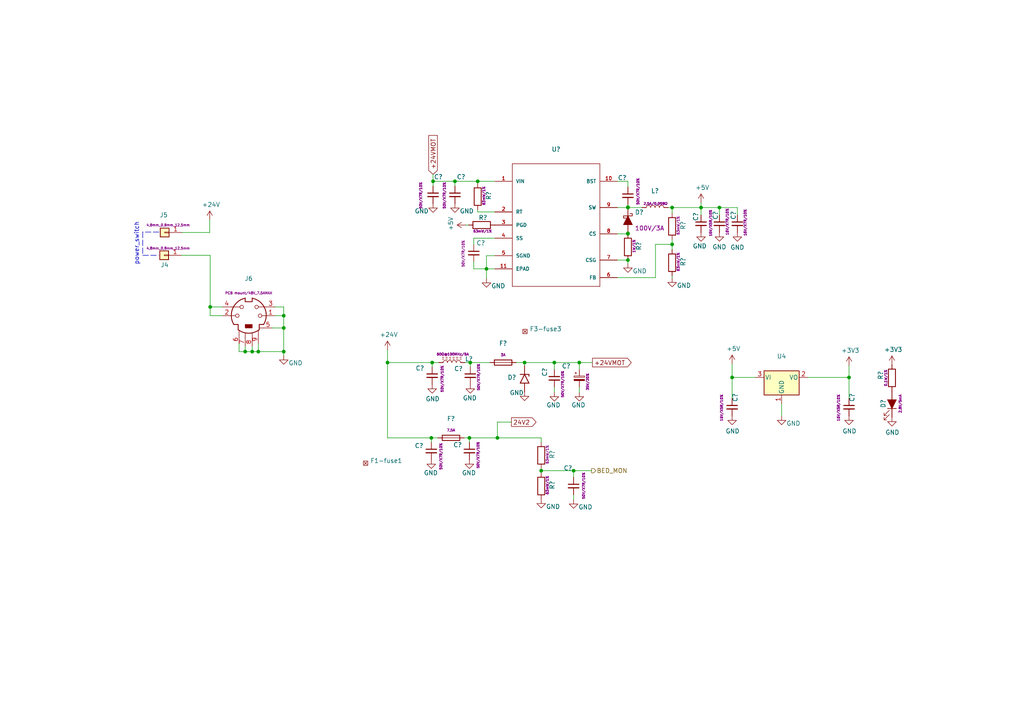
<source format=kicad_sch>
(kicad_sch (version 20211123) (generator eeschema)
  (paper "A4")
  (title_block (title "Buddy") (date "2019-10-24") (rev "v1.0.0") (company "PRUSA Research s.r.o.") (comment 1 "http://creativecommons.org/licenses/by-sa/4.0/") (comment 2 "Licensed under the Attribution-ShareAlike 4.0 International (CC BY-SA 4.0)"))
  (lib_symbols
    (symbol "BUDDY_v1.0.0-rescue:+3.3V-power" (power) (pin_names (offset 0))
      (property "Value" "+3.3V-power" (at 0 3.556 0))
      (symbol "+3.3V-power_0_1"
        (polyline (pts (xy -0.762 1.27) (xy 0 2.54)))
        (polyline (pts (xy 0 0) (xy 0 2.54)))
        (polyline (pts (xy 0 2.54) (xy 0.762 1.27)))
      )
      (symbol "+3.3V-power_1_1"
        (pin power_in line (at 0 0 90) (length 0) hide (name "+3V3") (number "1"))
      )
    )
    (symbol "BUDDY_v1.0.0-rescue:CP_Small-Device" (pin_numbers hide) (pin_names (offset 0.254) hide)
      (property "Reference" "C" (at 0.254 1.778 0))
      (property "Value" "CP_Small-Device" (at 0.254 -2.032 0))
      (symbol "CP_Small-Device_0_1"
        (rectangle (start -1.524 -0.3048) (end 1.524 -0.6858) (fill (type outline)))
        (rectangle (start -1.524 0.6858) (end 1.524 0.3048))
        (polyline (pts (xy -1.27 1.524) (xy -0.762 1.524)))
        (polyline (pts (xy -1.016 1.27) (xy -1.016 1.778)))
      )
      (symbol "CP_Small-Device_1_1"
        (pin passive line (at 0 2.54 270) (length 1.8542) (name "~") (number "1"))
        (pin passive line (at 0 -2.54 90) (length 1.8542) (name "~") (number "2"))
      )
    )
    (symbol "BUDDY_v1.0.0-rescue:D_Schottky_ALT-Device" (pin_numbers hide) (pin_names (offset 1.016) hide)
      (property "Reference" "D" (at 0 2.54 0))
      (property "Value" "D_Schottky_ALT-Device" (at 0 -2.54 0))
      (symbol "D_Schottky_ALT-Device_0_1"
        (polyline (pts (xy 1.27 0) (xy -1.27 0)))
        (polyline (pts (xy 1.27 1.27) (xy 1.27 -1.27) (xy -1.27 0) (xy 1.27 1.27)) (stroke (width 0.2032)) (fill (type outline)))
        (polyline (pts (xy -1.905 0.635) (xy -1.905 1.27) (xy -1.27 1.27) (xy -1.27 -1.27) (xy -0.635 -1.27) (xy -0.635 -0.635)) (stroke (width 0.2032)))
      )
      (symbol "D_Schottky_ALT-Device_1_1"
        (pin passive line (at -3.81 0 0) (length 2.54) (name "K") (number "1"))
        (pin passive line (at 3.81 0 180) (length 2.54) (name "A") (number "2"))
      )
    )
    (symbol "BUDDY_v1.0.0-rescue:LED_ALT-Device" (pin_numbers hide) (pin_names (offset 1.016) hide)
      (property "Reference" "D" (at 0 2.54 0))
      (property "Value" "LED_ALT-Device" (at 0 -2.54 0))
      (symbol "LED_ALT-Device_0_1"
        (polyline (pts (xy -1.27 -1.27) (xy -1.27 1.27)) (stroke (width 0.2032)))
        (polyline (pts (xy -1.27 0) (xy 1.27 0)))
        (polyline (pts (xy 1.27 -1.27) (xy 1.27 1.27) (xy -1.27 0) (xy 1.27 -1.27)) (stroke (width 0.2032)) (fill (type outline)))
        (polyline (pts (xy -3.048 -0.762) (xy -4.572 -2.286) (xy -3.81 -2.286) (xy -4.572 -2.286) (xy -4.572 -1.524)))
        (polyline (pts (xy -1.778 -0.762) (xy -3.302 -2.286) (xy -2.54 -2.286) (xy -3.302 -2.286) (xy -3.302 -1.524)))
      )
      (symbol "LED_ALT-Device_1_1"
        (pin passive line (at -3.81 0 0) (length 2.54) (name "K") (number "1"))
        (pin passive line (at 3.81 0 180) (length 2.54) (name "A") (number "2"))
      )
    )
    (symbol "BUDDY_v1.0.0-rescue:LM25011-Converter_DCDC" (pin_names (offset 1.016))
      (property "Reference" "U" (at -4.5974 17.5514 0))
      (property "Value" "LM25011-Converter_DCDC" (at -3.81 -22.86 0))
      (symbol "LM25011-Converter_DCDC_0_0"
        (polyline (pts (xy -12.7 -20.32) (xy 12.7 -20.32)) (stroke (width 0.1524)))
        (polyline (pts (xy -12.7 15.24) (xy -12.7 -20.32)) (stroke (width 0.1524)))
        (polyline (pts (xy 12.7 -20.32) (xy 12.7 15.24)) (stroke (width 0.1524)))
        (polyline (pts (xy 12.7 15.24) (xy -12.7 15.24)) (stroke (width 0.1524)))
        (pin power_in line (at -17.78 10.16 0) (length 5.08) (name "VIN") (number "1"))
        (pin input line (at 17.78 10.16 180) (length 5.08) (name "BST") (number "10"))
        (pin passive line (at -17.78 -15.24 0) (length 5.08) (name "EPAD") (number "11"))
        (pin input line (at -17.78 1.27 0) (length 5.08) (name "RT") (number "2"))
        (pin output line (at -17.78 -2.54 0) (length 5.08) (name "PGD") (number "3"))
        (pin input line (at -17.78 -6.35 0) (length 5.08) (name "SS") (number "4"))
        (pin passive line (at -17.78 -11.43 0) (length 5.08) (name "SGND") (number "5"))
        (pin input line (at 17.78 -17.78 180) (length 5.08) (name "FB") (number "6"))
        (pin input line (at 17.78 -12.7 180) (length 5.08) (name "CSG") (number "7"))
        (pin input line (at 17.78 -5.08 180) (length 5.08) (name "CS") (number "8"))
        (pin output line (at 17.78 2.54 180) (length 5.08) (name "SW") (number "9"))
      )
    )
    (symbol "BUDDY_v1.0.0-rescue:L_Core_Ferrite-Device" (pin_numbers hide) (pin_names (offset 1.016) hide)
      (property "Reference" "L" (at -1.27 0 90))
      (property "Value" "L_Core_Ferrite-Device" (at 2.794 0 90))
      (symbol "L_Core_Ferrite-Device_0_1"
        (arc (start 0 -2.54) (mid 0.635 -1.905) (end 0 -1.27))
        (arc (start 0 -1.27) (mid 0.635 -0.635) (end 0 0))
        (polyline (pts (xy 1.016 -2.794) (xy 1.016 -2.286)))
        (polyline (pts (xy 1.016 -1.778) (xy 1.016 -1.27)))
        (polyline (pts (xy 1.016 -0.762) (xy 1.016 -0.254)))
        (polyline (pts (xy 1.016 0.254) (xy 1.016 0.762)))
        (polyline (pts (xy 1.016 1.27) (xy 1.016 1.778)))
        (polyline (pts (xy 1.016 2.286) (xy 1.016 2.794)))
        (polyline (pts (xy 1.524 -2.286) (xy 1.524 -2.794)))
        (polyline (pts (xy 1.524 -1.27) (xy 1.524 -1.778)))
        (polyline (pts (xy 1.524 -0.254) (xy 1.524 -0.762)))
        (polyline (pts (xy 1.524 0.762) (xy 1.524 0.254)))
        (polyline (pts (xy 1.524 1.778) (xy 1.524 1.27)))
        (polyline (pts (xy 1.524 2.794) (xy 1.524 2.286)))
        (arc (start 0 0) (mid 0.635 0.635) (end 0 1.27))
        (arc (start 0 1.27) (mid 0.635 1.905) (end 0 2.54))
      )
      (symbol "L_Core_Ferrite-Device_1_1"
        (pin passive line (at 0 3.81 270) (length 1.27) (name "1") (number "1"))
        (pin passive line (at 0 -3.81 90) (length 1.27) (name "2") (number "2"))
      )
    )
    (symbol "BUDDY_v1.0.0-rescue:MEC-A3IDES-rescue" (pin_names (offset 1.016))
      (property "Reference" "M" (at 1.27 1.016 0))
      (property "Value" "MEC-A3IDES-rescue" (at 1.27 -0.762 0))
      (symbol "MEC-A3IDES-rescue_0_1"
        (rectangle (start -0.254 1.27) (end 1.016 0))
        (polyline (pts (xy 0 0.254) (xy 0.762 1.016)))
        (polyline (pts (xy 0.762 0.254) (xy 0 1.016)))
      )
    )
    (symbol "BUDDY_v1.0.0-rescue:Mini-DIN-4-KPJX-Connector" (pin_names (offset 1.016))
      (property "Reference" "J" (at 0 6.35 0))
      (property "Value" "Mini-DIN-4-KPJX-Connector" (at -1.778 -15.494 0))
      (symbol "Mini-DIN-4-KPJX-Connector_0_1"
        (circle (center -3.302 0) (radius 0.508))
        (arc (start -3.048 -4.064) (mid 0 -5.08) (end 3.048 -4.064) (stroke (width 0.254)))
        (circle (center -2.032 2.54) (radius 0.508))
        (rectangle (start -1.016 -2.54) (end 1.016 -3.556) (fill (type outline)))
        (arc (start -1.016 5.08) (mid -4.6228 2.1214) (end -4.318 -2.54) (stroke (width 0.254)))
        (polyline (pts (xy -3.81 0) (xy -5.08 0)))
        (polyline (pts (xy -2.794 -5.588) (xy -2.794 -4.318)))
        (polyline (pts (xy -2.54 2.54) (xy -5.08 2.54)))
        (polyline (pts (xy -1.016 -6.35) (xy -1.016 -5.08)))
        (polyline (pts (xy 1.016 -6.35) (xy 1.016 -5.08)))
        (polyline (pts (xy 2.794 -5.588) (xy 2.794 -4.318)))
        (polyline (pts (xy 2.794 2.54) (xy 5.08 2.54)))
        (polyline (pts (xy 4.318 -3.556) (xy 3.048 -3.556)))
        (polyline (pts (xy 5.08 0) (xy 3.81 0)))
        (polyline (pts (xy -4.318 -2.54) (xy -3.048 -2.54) (xy -3.048 -4.064)) (stroke (width 0.254)))
        (polyline (pts (xy 4.318 -2.54) (xy 3.048 -2.54) (xy 3.048 -4.064)) (stroke (width 0.254)))
        (polyline (pts (xy -1.016 5.08) (xy -1.016 4.064) (xy 1.016 4.064) (xy 1.016 5.08)) (stroke (width 0.254)))
        (circle (center 2.286 2.54) (radius 0.508))
        (circle (center 3.302 0) (radius 0.508))
        (arc (start 4.318 -2.54) (mid 4.6661 2.1322) (end 1.016 5.08) (stroke (width 0.254)))
      )
      (symbol "Mini-DIN-4-KPJX-Connector_1_1"
        (pin passive line (at 7.62 0 180) (length 2.54) (name "~") (number "1"))
        (pin passive line (at -7.62 0 0) (length 2.54) (name "~") (number "2"))
        (pin passive line (at 7.62 2.54 180) (length 2.54) (name "~") (number "3"))
        (pin passive line (at -7.62 2.54 0) (length 2.54) (name "~") (number "4"))
        (pin passive line (at 6.858 -3.556 180) (length 2.54) (name "~") (number "5"))
        (pin passive line (at -2.794 -8.128 90) (length 2.54) (name "~") (number "6"))
        (pin passive line (at -1.016 -8.89 90) (length 2.54) (name "~") (number "7"))
        (pin passive line (at 1.016 -8.89 90) (length 2.54) (name "~") (number "8"))
        (pin passive line (at 2.794 -8.128 90) (length 2.54) (name "~") (number "9"))
      )
    )
    (symbol "Connector_Generic:Conn_01x01" (pin_names (offset 1.016) hide)
      (property "Reference" "J" (at 0 2.54 0))
      (property "Value" "Conn_01x01" (at 0 -2.54 0))
      (symbol "Conn_01x01_1_1"
        (rectangle (start -1.27 0.127) (end 0 -0.127) (stroke (width 0.1524)))
        (rectangle (start -1.27 1.27) (end 1.27 -1.27) (stroke (width 0.254)) (fill (type background)))
        (pin passive line (at -5.08 0 0) (length 3.81) (name "Pin_1") (number "1"))
      )
    )
    (symbol "Device:C_Small" (pin_numbers hide) (pin_names (offset 0.254) hide)
      (property "Reference" "C" (at 0.254 1.778 0))
      (property "Value" "C_Small" (at 0.254 -2.032 0))
      (symbol "C_Small_0_1"
        (polyline (pts (xy -1.524 -0.508) (xy 1.524 -0.508)) (stroke (width 0.3302)))
        (polyline (pts (xy -1.524 0.508) (xy 1.524 0.508)) (stroke (width 0.3048)))
      )
      (symbol "C_Small_1_1"
        (pin passive line (at 0 2.54 270) (length 2.032) (name "~") (number "1"))
        (pin passive line (at 0 -2.54 90) (length 2.032) (name "~") (number "2"))
      )
    )
    (symbol "Device:Fuse" (pin_numbers hide) (pin_names (offset 0))
      (property "Reference" "F" (at 2.032 0 90))
      (property "Value" "Fuse" (at -1.905 0 90))
      (symbol "Fuse_0_1"
        (rectangle (start -0.762 -2.54) (end 0.762 2.54) (stroke (width 0.254)))
        (polyline (pts (xy 0 2.54) (xy 0 -2.54)))
      )
      (symbol "Fuse_1_1"
        (pin passive line (at 0 3.81 270) (length 1.27) (name "~") (number "1"))
        (pin passive line (at 0 -3.81 90) (length 1.27) (name "~") (number "2"))
      )
    )
    (symbol "Device:L" (pin_numbers hide) (pin_names (offset 1.016) hide)
      (property "Reference" "L" (at -1.27 0 90))
      (property "Value" "L" (at 1.905 0 90))
      (symbol "L_0_1"
        (arc (start 0 -2.54) (mid 0.635 -1.905) (end 0 -1.27))
        (arc (start 0 -1.27) (mid 0.635 -0.635) (end 0 0))
        (arc (start 0 0) (mid 0.635 0.635) (end 0 1.27))
        (arc (start 0 1.27) (mid 0.635 1.905) (end 0 2.54))
      )
      (symbol "L_1_1"
        (pin passive line (at 0 3.81 270) (length 1.27) (name "1") (number "1"))
        (pin passive line (at 0 -3.81 90) (length 1.27) (name "2") (number "2"))
      )
    )
    (symbol "Device:R" (pin_numbers hide) (pin_names (offset 0))
      (property "Reference" "R" (at 2.032 0 90))
      (property "Value" "R" (at 0 0 90))
      (symbol "R_0_1"
        (rectangle (start -1.016 -2.54) (end 1.016 2.54) (stroke (width 0.254)))
      )
      (symbol "R_1_1"
        (pin passive line (at 0 3.81 270) (length 1.27) (name "~") (number "1"))
        (pin passive line (at 0 -3.81 90) (length 1.27) (name "~") (number "2"))
      )
    )
    (symbol "Diode:1.5KExxA" (pin_numbers hide) (pin_names (offset 1.016) hide)
      (property "Reference" "D" (at 0 2.54 0))
      (property "Value" "1.5KExxA" (at 0 -2.54 0))
      (symbol "1.5KExxA_0_1"
        (polyline (pts (xy -0.762 1.27) (xy -1.27 1.27) (xy -1.27 -1.27)) (stroke (width 0.254)))
        (polyline (pts (xy 1.27 1.27) (xy 1.27 -1.27) (xy -1.27 0) (xy 1.27 1.27)) (stroke (width 0.254)))
      )
      (symbol "1.5KExxA_1_1"
        (pin passive line (at -3.81 0 0) (length 2.54) (name "A1") (number "1"))
        (pin passive line (at 3.81 0 180) (length 2.54) (name "A2") (number "2"))
      )
    )
    (symbol "Regulator_Linear:NCP1117-3.3_SOT223" (pin_names (offset 0.254))
      (property "Reference" "U" (at -3.81 3.175 0))
      (property "Value" "NCP1117-3.3_SOT223" (at 0 3.175 0))
      (symbol "NCP1117-3.3_SOT223_0_1"
        (rectangle (start -5.08 -5.08) (end 5.08 1.905) (stroke (width 0.254)) (fill (type background)))
      )
      (symbol "NCP1117-3.3_SOT223_1_1"
        (pin power_in line (at 0 -7.62 90) (length 2.54) (name "GND") (number "1"))
        (pin power_out line (at 7.62 0 180) (length 2.54) (name "VO") (number "2"))
        (pin power_in line (at -7.62 0 0) (length 2.54) (name "VI") (number "3"))
      )
    )
    (symbol "power:+24V" (power) (pin_names (offset 0))
      (property "Value" "+24V" (at 0 3.556 0))
      (symbol "+24V_0_1"
        (polyline (pts (xy -0.762 1.27) (xy 0 2.54)))
        (polyline (pts (xy 0 0) (xy 0 2.54)))
        (polyline (pts (xy 0 2.54) (xy 0.762 1.27)))
      )
      (symbol "+24V_1_1"
        (pin power_in line (at 0 0 90) (length 0) hide (name "+24V") (number "1"))
      )
    )
    (symbol "power:+5V" (power) (pin_names (offset 0))
      (property "Value" "+5V" (at 0 3.556 0))
      (symbol "+5V_0_1"
        (polyline (pts (xy -0.762 1.27) (xy 0 2.54)))
        (polyline (pts (xy 0 0) (xy 0 2.54)))
        (polyline (pts (xy 0 2.54) (xy 0.762 1.27)))
      )
      (symbol "+5V_1_1"
        (pin power_in line (at 0 0 90) (length 0) hide (name "+5V") (number "1"))
      )
    )
    (symbol "power:GND" (power) (pin_names (offset 0))
      (property "Value" "GND" (at 0 -3.81 0))
      (symbol "GND_0_1"
        (polyline (pts (xy 0 0) (xy 0 -1.27) (xy 1.27 -1.27) (xy 0 -2.54) (xy -1.27 -1.27) (xy 0 -1.27)))
      )
      (symbol "GND_1_1"
        (pin power_in line (at 0 0 270) (length 0) hide (name "GND") (number "1"))
      )
    )
  )
  (junction (at 125.095 127))
  (junction (at 168.021 105.156))
  (junction (at 182.118 67.691))
  (junction (at 203.327 60.198))
  (junction (at 156.972 136.525))
  (junction (at 131.953 52.578))
  (junction (at 125.603 52.578))
  (junction (at 182.118 67.818))
  (junction (at 212.344 109.474))
  (junction (at 141.097 77.978))
  (junction (at 182.118 60.198))
  (junction (at 136.144 127))
  (junction (at 182.118 60.071))
  (junction (at 125.349 105.156))
  (junction (at 182.118 75.438))
  (junction (at 166.37 136.525))
  (junction (at 73.152 101.981))
  (junction (at 71.12 101.981))
  (junction (at 246.253 109.474))
  (junction (at 160.782 105.156))
  (junction (at 208.661 60.198))
  (junction (at 144.272 127))
  (junction (at 138.557 52.578))
  (junction (at 82.296 101.981))
  (junction (at 82.296 95.123))
  (junction (at 194.945 70.866))
  (junction (at 194.945 60.198))
  (junction (at 60.96 89.027))
  (junction (at 112.395 105.156))
  (junction (at 82.296 91.567))
  (junction (at 136.398 105.156))
  (junction (at 152.146 105.156))
  (junction (at 74.93 101.981))
  (wire (pts (xy 112.395 105.156) (xy 112.395 127)))
  (wire (pts (xy 166.37 144.907) (xy 166.37 143.51)))
  (wire (pts (xy 182.118 54.229) (xy 182.118 52.578)))
  (wire (pts (xy 82.296 91.567) (xy 79.756 91.567)))
  (wire (pts (xy 160.782 105.156) (xy 168.021 105.156)))
  (wire (pts (xy 179.07 60.198) (xy 182.118 60.198)))
  (wire (pts (xy 143.51 69.088) (xy 137.414 69.088)))
  (wire (pts (xy 226.695 117.094) (xy 226.695 120.65)))
  (wire (pts (xy 73.152 100.457) (xy 73.152 101.981)))
  (wire (pts (xy 141.097 74.168) (xy 141.097 77.978)))
  (wire (pts (xy 190.119 80.518) (xy 190.119 70.866)))
  (wire (pts (xy 131.953 52.578) (xy 138.557 52.578)))
  (wire (pts (xy 134.874 105.156) (xy 136.398 105.156)))
  (wire (pts (xy 190.119 70.866) (xy 194.945 70.866)))
  (wire (pts (xy 78.994 95.123) (xy 82.296 95.123)))
  (wire (pts (xy 64.516 91.567) (xy 60.96 91.567)))
  (wire (pts (xy 60.833 67.437) (xy 60.833 63.754)))
  (wire (pts (xy 112.395 127) (xy 125.095 127)))
  (wire (pts (xy 125.095 127) (xy 127 127)))
  (polyline (pts (xy 41.402 67.31) (xy 41.402 74.041)))
  (wire (pts (xy 125.095 128.27) (xy 125.095 127)))
  (wire (pts (xy 182.118 60.198) (xy 186.182 60.198)))
  (wire (pts (xy 52.705 74.041) (xy 60.96 74.041)))
  (wire (pts (xy 74.93 99.695) (xy 74.93 101.981)))
  (wire (pts (xy 168.021 105.156) (xy 171.831 105.156)))
  (wire (pts (xy 156.972 136.525) (xy 156.972 135.89)))
  (wire (pts (xy 73.152 101.981) (xy 74.93 101.981)))
  (wire (pts (xy 194.945 80.01) (xy 194.945 80.645)))
  (wire (pts (xy 246.253 115.57) (xy 246.253 109.474)))
  (wire (pts (xy 160.782 107.188) (xy 160.782 105.156)))
  (wire (pts (xy 69.342 99.695) (xy 69.342 101.981)))
  (wire (pts (xy 60.96 74.041) (xy 60.96 89.027)))
  (wire (pts (xy 144.272 127) (xy 144.272 122.428)))
  (wire (pts (xy 194.945 60.198) (xy 193.802 60.198)))
  (wire (pts (xy 141.097 77.978) (xy 137.414 77.978)))
  (wire (pts (xy 203.327 60.198) (xy 208.661 60.198)))
  (wire (pts (xy 135.89 65.278) (xy 135.128 65.278)))
  (wire (pts (xy 152.146 105.156) (xy 160.782 105.156)))
  (wire (pts (xy 182.118 52.578) (xy 179.07 52.578)))
  (wire (pts (xy 71.12 100.457) (xy 71.12 101.981)))
  (wire (pts (xy 64.516 89.027) (xy 60.96 89.027)))
  (wire (pts (xy 182.118 60.198) (xy 182.118 60.071)))
  (wire (pts (xy 168.021 107.188) (xy 168.021 105.156)))
  (wire (pts (xy 156.972 127) (xy 156.972 128.27)))
  (wire (pts (xy 166.37 136.525) (xy 171.577 136.525)))
  (wire (pts (xy 194.945 70.866) (xy 194.945 69.469)))
  (wire (pts (xy 82.296 89.027) (xy 79.756 89.027)))
  (wire (pts (xy 203.327 60.198) (xy 203.327 58.801)))
  (wire (pts (xy 212.344 115.57) (xy 212.344 109.474)))
  (wire (pts (xy 137.414 69.088) (xy 137.414 70.866)))
  (wire (pts (xy 182.118 67.818) (xy 182.118 67.691)))
  (wire (pts (xy 125.603 53.975) (xy 125.603 52.578)))
  (wire (pts (xy 52.832 67.437) (xy 60.833 67.437)))
  (wire (pts (xy 143.51 77.978) (xy 141.097 77.978)))
  (wire (pts (xy 144.272 122.428) (xy 148.336 122.428)))
  (wire (pts (xy 212.344 109.474) (xy 219.075 109.474)))
  (wire (pts (xy 136.398 106.426) (xy 136.398 105.156)))
  (wire (pts (xy 138.557 60.833) (xy 138.557 61.468)))
  (wire (pts (xy 125.349 106.426) (xy 125.349 105.156)))
  (wire (pts (xy 125.349 105.156) (xy 127.254 105.156)))
  (wire (pts (xy 234.315 109.474) (xy 246.253 109.474)))
  (wire (pts (xy 138.557 53.213) (xy 138.557 52.578)))
  (wire (pts (xy 60.96 89.027) (xy 60.96 91.567)))
  (wire (pts (xy 82.296 91.567) (xy 82.296 89.027)))
  (wire (pts (xy 82.296 91.567) (xy 82.296 95.123)))
  (wire (pts (xy 208.661 62.357) (xy 208.661 60.198)))
  (wire (pts (xy 143.51 52.578) (xy 138.557 52.578)))
  (wire (pts (xy 131.953 53.975) (xy 131.953 52.578)))
  (polyline (pts (xy 41.402 74.041) (xy 45.974 74.041)))
  (wire (pts (xy 212.344 109.474) (xy 212.344 105.537)))
  (wire (pts (xy 82.296 95.123) (xy 82.296 101.981)))
  (wire (pts (xy 182.118 75.438) (xy 182.118 76.454)))
  (wire (pts (xy 208.661 60.198) (xy 213.868 60.198)))
  (wire (pts (xy 213.868 60.198) (xy 213.868 62.357)))
  (wire (pts (xy 112.395 105.156) (xy 125.349 105.156)))
  (wire (pts (xy 156.972 137.16) (xy 156.972 136.525)))
  (wire (pts (xy 137.414 77.978) (xy 137.414 75.946)))
  (wire (pts (xy 166.37 136.525) (xy 166.37 138.43)))
  (wire (pts (xy 194.945 60.198) (xy 203.327 60.198)))
  (wire (pts (xy 149.733 105.156) (xy 152.146 105.156)))
  (wire (pts (xy 246.253 106.045) (xy 246.253 109.474)))
  (wire (pts (xy 125.603 50.546) (xy 125.603 52.578)))
  (wire (pts (xy 179.07 67.818) (xy 182.118 67.818)))
  (wire (pts (xy 160.782 113.792) (xy 160.782 112.268)))
  (wire (pts (xy 179.07 80.518) (xy 190.119 80.518)))
  (wire (pts (xy 136.144 128.27) (xy 136.144 127)))
  (wire (pts (xy 179.07 75.438) (xy 182.118 75.438)))
  (wire (pts (xy 143.51 74.168) (xy 141.097 74.168)))
  (wire (pts (xy 143.51 61.468) (xy 138.557 61.468)))
  (wire (pts (xy 74.93 101.981) (xy 82.296 101.981)))
  (wire (pts (xy 182.118 60.071) (xy 182.118 59.309)))
  (wire (pts (xy 168.021 112.268) (xy 168.021 113.792)))
  (wire (pts (xy 144.272 127) (xy 156.972 127)))
  (wire (pts (xy 141.097 77.978) (xy 141.097 80.772)))
  (wire (pts (xy 71.12 101.981) (xy 73.152 101.981)))
  (wire (pts (xy 136.398 105.156) (xy 142.113 105.156)))
  (wire (pts (xy 112.395 105.156) (xy 112.395 101.473)))
  (wire (pts (xy 152.146 106.045) (xy 152.146 105.156)))
  (polyline (pts (xy 46.101 67.31) (xy 41.402 67.31)))
  (wire (pts (xy 194.945 60.198) (xy 194.945 61.849)))
  (wire (pts (xy 203.327 62.357) (xy 203.327 60.198)))
  (wire (pts (xy 136.144 127) (xy 144.272 127)))
  (wire (pts (xy 134.62 127) (xy 136.144 127)))
  (wire (pts (xy 125.603 52.578) (xy 131.953 52.578)))
  (wire (pts (xy 194.945 72.39) (xy 194.945 70.866)))
  (wire (pts (xy 69.342 101.981) (xy 71.12 101.981)))
  (wire (pts (xy 156.972 136.525) (xy 166.37 136.525)))
  (wire (pts (xy 82.296 101.981) (xy 82.296 103.124)))
  (text "power_switch" (at 40.386 76.962 90) (effects (font (size 1.27 1.27)) (justify left bottom)))
  (global_label "24V2" (shape output) (at 148.336 122.428 0) (property "Intersheet References" "${INTERSHEET_REFS}" (effects hide)))
  (global_label "+24VMOT" (shape input) (at 125.603 50.546 90) (property "Intersheet References" "${INTERSHEET_REFS}" (effects hide)))
  (global_label "+24VMOT" (shape output) (at 171.831 105.156 0) (property "Intersheet References" "${INTERSHEET_REFS}" (effects hide)))
  (hierarchical_label "BED_MON" (shape output) (at 171.577 136.525 0))
  (symbol (lib_id "Regulator_Linear:NCP1117-3.3_SOT223") (at 226.695 109.474 0) (unit 1)
    (property "Reference" "U4" (at 226.695 103.3272 0))
  )
  (symbol (lib_id "Device:R") (at 258.699 109.601 180) (unit 1)
    (property "Reference" "R?" (at 255.397 107.569 90) (effects (justify left)))
    (property "req" "0,1W/1%" (at 256.921 109.601 90) (effects (font (size 0.7112 0.7112))))
  )
  (symbol (lib_id "BUDDY_v1.0.0-rescue:LED_ALT-Device") (at 258.699 117.221 270) (mirror x) (unit 1)
    (property "Reference" "D?" (at 256.159 117.094 0))
    (property "req" "2,8V/5mA" (at 261.112 117.094 0) (effects (font (size 0.7112 0.7112))))
  )
  (symbol (lib_id "power:GND") (at 258.699 121.031 0) (unit 1)
    (property "Reference" "#PWR?" (effects hide))
  )
  (symbol (lib_id "BUDDY_v1.0.0-rescue:+3.3V-power") (at 258.699 105.791 0) (unit 1)
    (property "Reference" "#PWR?" (effects hide))
  )
  (symbol (lib_id "BUDDY_v1.0.0-rescue:LM25011-Converter_DCDC") (at 161.29 62.738 0) (unit 1)
    (property "Reference" "U?" (at 161.29 43.307 0))
    (property "req" "5V/2A" (effects hide))
  )
  (symbol (lib_id "Device:R") (at 138.557 57.023 0) (unit 1)
    (property "Reference" "R?" (at 141.732 58.039 90) (effects (justify left)))
    (property "req" "63mW/1%" (at 140.335 56.769 90) (effects (font (size 0.7112 0.7112))))
  )
  (symbol (lib_id "Device:C_Small") (at 131.953 56.515 0) (unit 1)
    (property "Reference" "C?" (at 132.461 51.308 0) (effects (justify left)))
    (property "req" "50V/X7R/10%" (at 128.905 60.579 90) (effects (font (size 0.7112 0.7112)) (justify left)))
  )
  (symbol (lib_id "Device:C_Small") (at 125.603 56.515 0) (unit 1)
    (property "Reference" "C?" (at 125.857 51.308 0) (effects (justify left)))
    (property "req" "50V/X7R/10%" (at 122.047 60.579 90) (effects (font (size 0.7112 0.7112)) (justify left)))
  )
  (symbol (lib_id "power:GND") (at 131.953 59.055 0) (unit 1)
    (property "Reference" "#PWR?" (effects hide))
  )
  (symbol (lib_id "power:GND") (at 125.603 59.055 0) (unit 1)
    (property "Reference" "#PWR?" (effects hide))
  )
  (symbol (lib_id "Device:R") (at 139.7 65.278 270) (unit 1)
    (property "Reference" "R?" (at 138.811 63.119 90) (effects (justify left)))
    (property "req" "63mW/1%" (at 139.954 67.056 90) (effects (font (size 0.7112 0.7112))))
  )
  (symbol (lib_id "Device:C_Small") (at 137.414 73.406 0) (unit 1)
    (property "Reference" "C?" (at 138.176 70.485 0) (effects (justify left)))
    (property "req" "50V/X7R/10%" (at 134.366 77.47 90) (effects (font (size 0.7112 0.7112)) (justify left)))
  )
  (symbol (lib_id "power:GND") (at 141.097 80.772 0) (unit 1)
    (property "Reference" "#PWR?" (effects hide))
  )
  (symbol (lib_id "Device:C_Small") (at 182.118 56.769 0) (unit 1)
    (property "Reference" "C?" (at 179.197 51.562 0) (effects (justify left)))
    (property "req" "50V/X7R/10%" (at 185.039 59.436 90) (effects (font (size 0.7112 0.7112)) (justify left)))
  )
  (symbol (lib_id "BUDDY_v1.0.0-rescue:D_Schottky_ALT-Device") (at 182.118 63.881 270) (unit 1)
    (property "Reference" "D?" (at 184.1246 61.5696 90) (effects (justify left)))
    (property "req" "100V/3A" (at 184.1246 66.1924 90) (effects (justify left)))
  )
  (symbol (lib_id "Device:R") (at 182.118 71.628 0) (unit 1)
    (property "Reference" "R?" (at 185.293 72.644 90) (effects (justify left)))
    (property "req" "1W/1%" (at 183.896 71.374 90) (effects (font (size 0.7112 0.7112))))
  )
  (symbol (lib_id "power:GND") (at 182.118 76.454 0) (unit 1)
    (property "Reference" "#PWR?" (effects hide))
  )
  (symbol (lib_id "Device:L") (at 189.992 60.198 90) (unit 1)
    (property "Reference" "L?" (at 189.992 55.372 90))
    (property "req" "2,5A/0,098Ω" (at 190.119 59.055 90) (effects (font (size 0.7112 0.7112))))
  )
  (symbol (lib_id "Device:R") (at 194.945 65.659 0) (unit 1)
    (property "Reference" "R?" (at 198.12 66.675 90) (effects (justify left)))
    (property "req" "63mW/1%" (at 196.723 65.405 90) (effects (font (size 0.7112 0.7112))))
  )
  (symbol (lib_id "Device:R") (at 194.945 76.2 0) (unit 1)
    (property "Reference" "R?" (at 198.12 77.216 90) (effects (justify left)))
    (property "req" "63mW/1%" (at 196.723 75.946 90) (effects (font (size 0.7112 0.7112))))
  )
  (symbol (lib_id "power:GND") (at 194.945 80.645 0) (unit 1)
    (property "Reference" "#PWR?" (effects hide))
  )
  (symbol (lib_id "Device:C_Small") (at 203.327 64.897 0) (unit 1)
    (property "Reference" "C?" (at 201.803 64.135 90) (effects (justify left)))
    (property "req" "16V/X5R/10%" (at 206.121 68.58 90) (effects (font (size 0.7112 0.7112)) (justify left)))
  )
  (symbol (lib_id "power:GND") (at 203.327 67.437 0) (unit 1)
    (property "Reference" "#PWR?" (effects hide))
  )
  (symbol (lib_id "power:+5V") (at 135.128 65.278 90) (unit 1)
    (property "Reference" "#PWR?" (effects hide))
  )
  (symbol (lib_id "power:+5V") (at 203.327 58.801 0) (unit 1)
    (property "Reference" "#PWR?" (effects hide))
  )
  (symbol (lib_id "power:GND") (at 208.661 67.437 0) (unit 1)
    (property "Reference" "#PWR?" (effects hide))
  )
  (symbol (lib_id "power:GND") (at 213.868 67.437 0) (unit 1)
    (property "Reference" "#PWR?" (effects hide))
  )
  (symbol (lib_id "Device:C_Small") (at 125.349 108.966 0) (unit 1)
    (property "Reference" "C?" (at 120.523 106.807 0) (effects (justify left)))
    (property "req" "50V/X7R/10%" (at 128.27 113.792 90) (effects (font (size 0.7112 0.7112)) (justify left)))
  )
  (symbol (lib_id "Device:C_Small") (at 136.398 108.966 0) (unit 1)
    (property "Reference" "C?" (at 131.699 106.934 0) (effects (justify left)))
    (property "req" "50V/X7R/10%" (at 138.811 113.284 90) (effects (font (size 0.7112 0.7112)) (justify left)))
  )
  (symbol (lib_id "power:GND") (at 125.349 111.506 0) (unit 1)
    (property "Reference" "#PWR?" (effects hide))
  )
  (symbol (lib_id "power:GND") (at 136.398 111.506 0) (unit 1)
    (property "Reference" "#PWR?" (effects hide))
  )
  (symbol (lib_id "Diode:1.5KExxA") (at 152.146 109.855 270) (unit 1)
    (property "Reference" "D?" (at 147.193 109.474 90) (effects (justify left)))
  )
  (symbol (lib_id "power:GND") (at 152.146 113.665 0) (unit 1)
    (property "Reference" "#PWR?" (effects hide))
  )
  (symbol (lib_id "Device:C_Small") (at 160.782 109.728 0) (unit 1)
    (property "Reference" "C?" (at 157.988 109.22 90) (effects (justify left)))
    (property "req" "50V/X7R/10%" (at 163.195 115.316 90) (effects (font (size 0.7112 0.7112)) (justify left)))
  )
  (symbol (lib_id "power:GND") (at 160.782 113.792 0) (unit 1)
    (property "Reference" "#PWR?" (effects hide))
  )
  (symbol (lib_id "Device:Fuse") (at 145.923 105.156 270) (unit 1)
    (property "Reference" "F?" (at 145.923 99.5934 90))
    (property "req" "3A" (at 145.923 102.9208 90) (effects (font (size 0.7112 0.7112))))
  )
  (symbol (lib_id "BUDDY_v1.0.0-rescue:L_Core_Ferrite-Device") (at 131.064 105.156 90) (unit 1)
    (property "Reference" "L?" (at 136.017 104.14 90))
    (property "req" "60Ω@100MHz/6A" (at 131.318 102.743 90) (effects (font (size 0.7112 0.7112))))
  )
  (symbol (lib_id "Device:C_Small") (at 125.095 130.81 0) (unit 1)
    (property "Reference" "C?" (at 120.269 129.286 0) (effects (justify left)))
    (property "req" "50V/X7R/10%" (at 127.889 136.271 90) (effects (font (size 0.7112 0.7112)) (justify left)))
  )
  (symbol (lib_id "Device:C_Small") (at 136.144 130.81 0) (unit 1)
    (property "Reference" "C?" (at 131.445 129.032 0) (effects (justify left)))
    (property "req" "50V/X7R/10%" (at 138.684 135.89 90) (effects (font (size 0.7112 0.7112)) (justify left)))
  )
  (symbol (lib_id "power:GND") (at 125.095 133.35 0) (unit 1)
    (property "Reference" "#PWR?" (effects hide))
  )
  (symbol (lib_id "power:GND") (at 136.144 133.35 0) (unit 1)
    (property "Reference" "#PWR?" (effects hide))
  )
  (symbol (lib_id "Device:Fuse") (at 130.81 127 270) (unit 1)
    (property "Reference" "F?" (at 130.81 121.4374 90))
    (property "req" "7,5A" (at 130.81 124.7648 90) (effects (font (size 0.7112 0.7112))))
  )
  (symbol (lib_id "power:GND") (at 226.695 120.65 0) (unit 1)
    (property "Reference" "#PWR?" (effects hide))
  )
  (symbol (lib_id "power:GND") (at 246.253 120.65 0) (unit 1)
    (property "Reference" "#PWR?" (effects hide))
  )
  (symbol (lib_id "BUDDY_v1.0.0-rescue:+3.3V-power") (at 246.253 106.045 0) (unit 1)
    (property "Reference" "#PWR?" (effects hide))
  )
  (symbol (lib_id "Device:C_Small") (at 246.253 118.11 0) (unit 1)
    (property "Reference" "C?" (at 247.142 116.586 90) (effects (justify left)))
    (property "req" "16V/X5R/10%" (at 243.205 122.174 90) (effects (font (size 0.7112 0.7112)) (justify left)))
  )
  (symbol (lib_id "power:+5V") (at 212.344 105.537 0) (unit 1)
    (property "Reference" "#PWR?" (effects hide))
  )
  (symbol (lib_id "power:GND") (at 212.344 120.65 0) (unit 1)
    (property "Reference" "#PWR?" (effects hide))
  )
  (symbol (lib_id "Device:C_Small") (at 212.344 118.11 0) (unit 1)
    (property "Reference" "C?" (at 213.233 116.586 90) (effects (justify left)))
    (property "req" "16V/X5R/10%" (at 209.296 122.174 90) (effects (font (size 0.7112 0.7112)) (justify left)))
  )
  (symbol (lib_id "Connector_Generic:Conn_01x01") (at 47.625 74.041 180) (unit 1)
    (property "Reference" "J4" (at 47.752 76.835 0))
    (property "req" "4,8mm_0,8mm_12,5mm" (at 48.768 72.009 0) (effects (font (size 0.7112 0.7112))))
  )
  (symbol (lib_id "Connector_Generic:Conn_01x01") (at 47.752 67.437 180) (unit 1)
    (property "Reference" "J5" (at 47.498 62.357 0))
    (property "req" "4,8mm_0,8mm_12,5mm" (at 48.768 65.278 0) (effects (font (size 0.7112 0.7112))))
  )
  (symbol (lib_id "power:+24V") (at 60.833 63.754 0) (unit 1)
    (property "Reference" "#PWR?" (effects hide))
  )
  (symbol (lib_id "power:+24V") (at 112.395 101.473 0) (unit 1)
    (property "Reference" "#PWR?" (effects hide))
  )
  (symbol (lib_id "Device:R") (at 156.972 132.08 0) (unit 1)
    (property "Reference" "R?" (at 160.147 133.096 90) (effects (justify left)))
    (property "req" "63mW/1%" (at 158.75 131.826 90) (effects (font (size 0.7112 0.7112))))
  )
  (symbol (lib_id "Device:R") (at 156.972 140.97 0) (unit 1)
    (property "Reference" "R?" (at 160.147 141.986 90) (effects (justify left)))
    (property "req" "63mW/1%" (at 158.75 140.716 90) (effects (font (size 0.7112 0.7112))))
  )
  (symbol (lib_id "power:GND") (at 156.972 144.78 0) (unit 1)
    (property "Reference" "#PWR?" (effects hide))
  )
  (symbol (lib_id "power:GND") (at 166.37 144.907 0) (unit 1)
    (property "Reference" "#PWR?" (effects hide))
  )
  (symbol (lib_id "Device:C_Small") (at 166.37 140.97 0) (unit 1)
    (property "Reference" "C?" (at 163.449 135.763 0) (effects (justify left)))
    (property "req" "50V/X7R/10%" (at 169.291 144.78 90) (effects (font (size 0.7112 0.7112)) (justify left)))
  )
  (symbol (lib_id "power:GND") (at 82.296 103.124 0) (unit 1)
    (property "Reference" "#PWR?" (effects hide))
  )
  (symbol (lib_id "BUDDY_v1.0.0-rescue:Mini-DIN-4-KPJX-Connector") (at 72.136 91.567 0) (unit 1)
    (property "Reference" "J6" (at 72.136 80.7974 0))
    (property "req" "PCB mount/48V_7.5AMAX" (at 72.136 84.9884 0) (effects (font (size 0.7112 0.7112))))
  )
  (symbol (lib_id "BUDDY_v1.0.0-rescue:CP_Small-Device") (at 168.021 109.728 0) (unit 1)
    (property "Reference" "C?" (at 162.941 106.172 0) (effects (justify left)))
    (property "req" "35V/20%" (at 170.434 110.744 90) (effects (font (size 0.7112 0.7112))))
  )
  (symbol (lib_id "power:GND") (at 168.021 113.792 0) (unit 1)
    (property "Reference" "#PWR?" (effects hide))
  )
  (symbol (lib_id "Device:C_Small") (at 208.661 64.897 0) (unit 1)
    (property "Reference" "C?" (at 207.518 63.754 90) (effects (justify left)))
    (property "req" "16V/X7R/10%" (at 210.947 68.199 90) (effects (font (size 0.7112 0.7112)) (justify left)))
  )
  (symbol (lib_id "Device:C_Small") (at 213.868 64.897 0) (unit 1)
    (property "Reference" "C?" (at 212.725 63.754 90) (effects (justify left)))
    (property "req" "16V/X7R/10%" (at 216.154 68.453 90) (effects (font (size 0.7112 0.7112)) (justify left)))
  )
  (symbol (lib_id "BUDDY_v1.0.0-rescue:MEC-A3IDES-rescue") (at 151.892 96.774 0) (unit 1)
    (property "Reference" "F3-fuse3" (at 153.6192 95.4024 0) (effects (justify left)))
  )
  (symbol (lib_id "BUDDY_v1.0.0-rescue:MEC-A3IDES-rescue") (at 105.664 135.001 0) (unit 1)
    (property "Reference" "F1-fuse1" (at 107.3912 133.6294 0) (effects (justify left)))
  )
)
</source>
